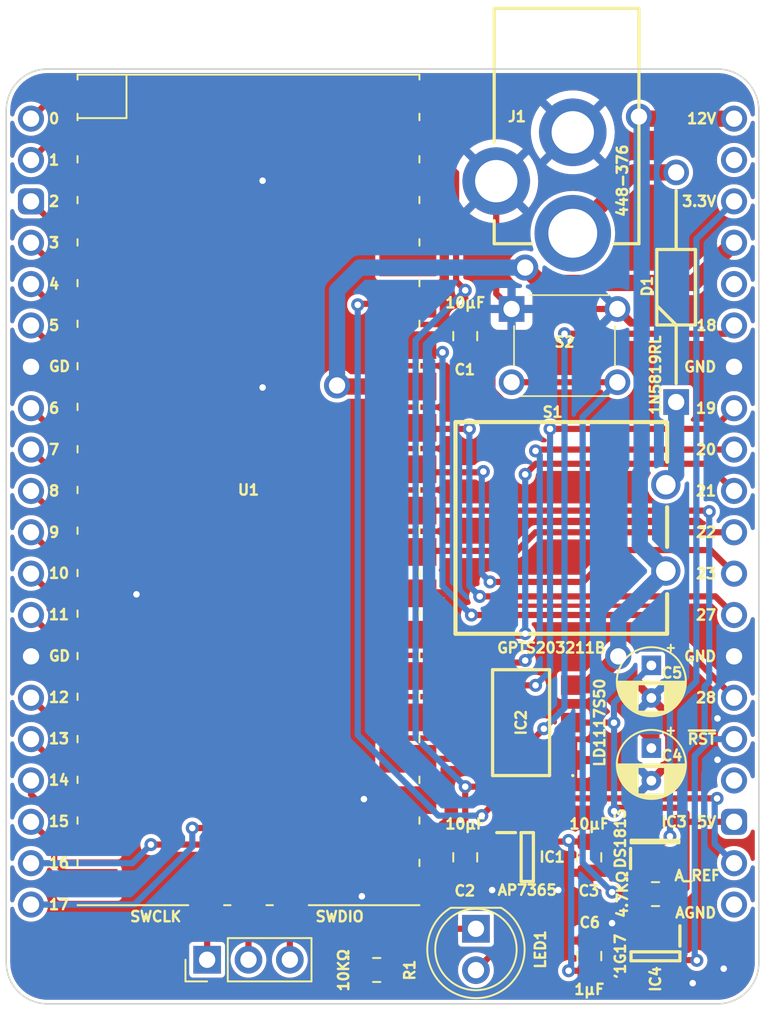
<source format=kicad_pcb>
(kicad_pcb (version 20221018) (generator pcbnew)
  (title_block (title "GPIO 16bit") (date "2024-01-28") (rev "V0"))
  (layers (0 "F.Cu" signal) (31 "B.Cu" signal) (36 "B.SilkS" user "B.Silkscreen") (37 "F.SilkS" user "F.Silkscreen") (38 "B.Mask" user) (39 "F.Mask" user) (44 "Edge.Cuts" user))
  (net 0 "")
  (net 1 "/5V")
  (net 2 "/GND")
  (net 3 "/3.3V")
  (net 4 "/12V")
  (net 5 "/12V Forward")
  (net 6 "/GPIO0")
  (net 7 "/GPIO1")
  (net 8 "/GPIO2")
  (net 9 "/GPIO3")
  (net 12 "/~{Reset}")
  (net 14 "/GPIO6")
  (net 15 "/GPIO5")
  (net 16 "/GPIO4")
  (net 17 "/GPIO7")
  (net 18 "/Run")
  (net 19 "Net-(J4-Pin_1)")
  (net 20 "Net-(J4-Pin_2)")
  (net 21 "Net-(J4-Pin_3)")
  (net 22 "Net-(LED1-K)")
  (net 23 "/GPIO15")
  (net 24 "/GPIO14")
  (net 25 "/GPIO13")
  (net 26 "/GPIO12")
  (net 27 "/GPIO11")
  (net 28 "/GPIO10")
  (net 29 "/GPIO9")
  (net 30 "/GPIO8")
  (net 34 "/12V Source")
  (net 35 "/GPIO22")
  (net 36 "/GPIO16")
  (net 37 "/GPIO17")
  (net 38 "/GPIO18")
  (net 39 "/GPIO19")
  (net 40 "/GPIO20")
  (net 41 "/GPIO21")
  (net 42 "/GPIO26")
  (net 43 "/GPIO27")
  (net 44 "/A_GND")
  (net 45 "/GPIO28")
  (net 46 "/ADC_VREF")
  (footprint "SamacSys_Parts:C_0805" (layer "F.Cu") (at 92.710001 94.618 180)
    (fp_text reference "C1")
    (fp_text value "10μF")
  )
  (footprint "SamacSys_Parts:C_0805" (layer "F.Cu") (at 100.33 126.622001 180)
    (fp_text reference "C3")
    (fp_text value "10µF")
  )
  (footprint "SamacSys_Parts:SOT95P237X112-3N" (layer "F.Cu") (at 104.365001 125.665999 90)
    (fp_text reference "IC3")
    (fp_text value "DS1813R-10+T&R" hide)
  )
  (footprint "SamacSys_Parts:C_0805" (layer "F.Cu") (at 100.33 132.718001)
    (fp_text reference "C6")
    (fp_text value "1μF")
  )
  (footprint "Capacitor_THT:CP_Radial_D4.0mm_P2.00mm" (layer "F.Cu") (at 104.14 119.934401 -90)
    (fp_text reference "C4")
    (fp_text value "C_Polarized")
  )
  (footprint "SamacSys_Parts:RPi_Pico_SMD" (layer "F.Cu") (at 79.39679 104.079159)
    (fp_text reference "U1")
    (fp_text value "Pico")
  )
  (footprint "SamacSys_Parts:SOT95P285X130-5N" (layer "F.Cu") (at 96.52 126.622001)
    (fp_text reference "IC1")
    (fp_text value "AP7365-33WG-7" hide)
  )
  (footprint "SamacSys_Parts:LD1117S33C" (layer "F.Cu") (at 96.139 118.367001 90)
    (fp_text reference "IC2")
    (fp_text value "LD1117S50C" hide)
  )
  (footprint "SamacSys_Parts:DTS62NV" (layer "F.Cu") (at 95.556 92.966999)
    (fp_text reference "S2")
    (fp_text value "DTS-62N-V" hide)
  )
  (footprint "SamacSys_Parts:C_0805" (layer "F.Cu") (at 92.71 126.622 180)
    (fp_text reference "C2")
    (fp_text value "10µF")
  )
  (footprint "SamacSys_Parts:DIOAD1414W86L464D238" (layer "F.Cu") (at 105.664 98.682 90)
    (fp_text reference "D1")
    (fp_text value "1N5819RL")
  )
  (footprint "SamacSys_Parts:SIP_20_Pins" (layer "F.Cu") (at 66.04 81.28)
    (fp_text reference "J2" hide)
    (fp_text value "Conn_01x20" hide)
  )
  (footprint "SamacSys_Parts:R_0805" (layer "F.Cu") (at 87.27079 133.56716 -90)
    (fp_text reference "R1")
    (fp_text value "10KΩ")
  )
  (footprint "SamacSys_Parts:GPTS203211B" (layer "F.Cu") (at 105.11 106.412)
    (fp_text reference "S1")
    (fp_text value "GPTS203211B" hide)
  )
  (footprint "SamacSys_Parts:LED_D5.0mm" (layer "F.Cu") (at 93.36679 131.027159 -90)
    (fp_text reference "LED1")
    (fp_text value "LED_Small_Filled")
  )
  (footprint "SamacSys_Parts:SIP_20_Pins" (layer "F.Cu") (at 109.22 129.54 180)
    (fp_text reference "J3" hide)
    (fp_text value "Conn_01x20" hide)
  )
  (footprint "SamacSys_Parts:R_0805" (layer "F.Cu") (at 104.394001 128.908 -90)
    (fp_text reference "R2" hide)
    (fp_text value "4.7KΩ")
  )
  (footprint "Capacitor_THT:CP_Radial_D4.0mm_P2.00mm" (layer "F.Cu") (at 104.14 114.854399 -90)
    (fp_text reference "C5")
    (fp_text value "C_Polarized")
  )
  (footprint "SamacSys_Parts:448376" (layer "F.Cu") (at 99.314 77.092 90)
    (fp_text reference "J1")
    (fp_text value "448-376")
  )
  (footprint "Connector_PinHeader_2.54mm:PinHeader_1x03_P2.54mm_Vertical" (layer "F.Cu") (at 76.85679 132.929161 90)
    (fp_text reference "J4" hide)
    (fp_text value "Conn_01x03_Pin")
  )
  (footprint "SamacSys_Parts:SOT95P275X110-5N" (layer "F.Cu") (at 104.394001 132.718001 -90)
    (fp_text reference "IC4")
    (fp_text value "74LVC1G17GV,125" hide)
  )
  (gr_arc (start 64.516 80.772) (mid 65.259949 78.975949) (end 67.056 78.232) (stroke (width 0.1)) (layer "Edge.Cuts"))
  (gr_line (start 64.516 80.772) (end 64.516 133.096) (stroke (width 0.1)) (layer "Edge.Cuts"))
  (gr_arc (start 67.056 135.636) (mid 65.259949 134.892051) (end 64.516 133.096) (stroke (width 0.1)) (layer "Edge.Cuts"))
  (gr_arc (start 110.744 133.096) (mid 110.000051 134.892051) (end 108.204 135.636) (stroke (width 0.1)) (layer "Edge.Cuts"))
  (gr_line (start 108.204 135.636) (end 67.056 135.636) (stroke (width 0.1)) (layer "Edge.Cuts"))
  (gr_line (start 108.204 78.232) (end 67.056 78.232) (stroke (width 0.1)) (layer "Edge.Cuts"))
  (gr_arc (start 108.204 78.232) (mid 110.000022 78.975978) (end 110.744 80.772) (stroke (width 0.1)) (layer "Edge.Cuts"))
  (gr_line (start 110.744 80.772) (end 110.744 133.096) (stroke (width 0.1)) (layer "Edge.Cuts"))
  (gr_text "16" (at 67.056 126.9746) (layer "F.SilkS") (effects (font (size 0.635 0.635) (thickness 0.15) bold) (justify left)))
  (gr_text "0" (at 67.056 81.28) (layer "F.SilkS") (effects (font (size 0.635 0.635) (thickness 0.15) bold) (justify left)))
  (gr_text "A_REF" (at 108.458 127.762) (layer "F.SilkS") (effects (font (size 0.635 0.635) (thickness 0.15) bold) (justify right)))
  (gr_text "GD" (at 67.056 96.4946) (layer "F.SilkS") (effects (font (size 0.635 0.635) (thickness 0.15) bold) (justify left)))
  (gr_text "~{RST}" (at 108.204 119.38) (layer "F.SilkS") (effects (font (size 0.635 0.635) (thickness 0.15) bold) (justify right)))
  (gr_text "3.3V" (at 108.204 86.36) (layer "F.SilkS") (effects (font (size 0.635 0.635) (thickness 0.15) bold) (justify right)))
  (gr_text "6" (at 67.056 99.06) (layer "F.SilkS") (effects (font (size 0.635 0.635) (thickness 0.15) bold) (justify left)))
  (gr_text "8" (at 67.056 104.14) (layer "F.SilkS") (effects (font (size 0.635 0.635) (thickness 0.15) bold) (justify left)))
  (gr_text "15" (at 67.056 124.4346) (layer "F.SilkS") (effects (font (size 0.635 0.635) (thickness 0.15) bold) (justify left)))
  (gr_text "11" (at 67.056 111.7346) (layer "F.SilkS") (effects (font (size 0.635 0.635) (thickness 0.15) bold) (justify left)))
  (gr_text "4" (at 67.056 91.44) (layer "F.SilkS") (effects (font (size 0.635 0.635) (thickness 0.15) bold) (justify left)))
  (gr_text "13" (at 67.056 119.3546) (layer "F.SilkS") (effects (font (size 0.635 0.635) (thickness 0.15) bold) (justify left)))
  (gr_text "22" (at 108.204 106.68) (layer "F.SilkS") (effects (font (size 0.635 0.635) (thickness 0.15) bold) (justify right)))
  (gr_text "GND" (at 108.204 96.52) (layer "F.SilkS") (effects (font (size 0.635 0.635) (thickness 0.15) bold) (justify right)))
  (gr_text "2" (at 67.056 86.36) (layer "F.SilkS") (effects (font (size 0.635 0.635) (thickness 0.15) bold) (justify left)))
  (gr_text "18" (at 108.2294 93.98) (layer "F.SilkS") (effects (font (size 0.635 0.635) (thickness 0.15) bold) (justify right)))
  (gr_text "AGND" (at 108.204 130.048) (layer "F.SilkS") (effects (font (size 0.635 0.635) (thickness 0.15) bold) (justify right)))
  (gr_text "28" (at 108.204 116.84) (layer "F.SilkS") (effects (font (size 0.635 0.635) (thickness 0.15) bold) (justify right)))
  (gr_text "27" (at 108.204 111.76) (layer "F.SilkS") (effects (font (size 0.635 0.635) (thickness 0.15) bold) (justify right)))
  (gr_text "19" (at 108.204 99.06) (layer "F.SilkS") (effects (font (size 0.635 0.635) (thickness 0.15) bold) (justify right)))
  (gr_text "12" (at 67.056 116.8146) (layer "F.SilkS") (effects (font (size 0.635 0.635) (thickness 0.15) bold) (justify left)))
  (gr_text "7" (at 67.056 101.6) (layer "F.SilkS") (effects (font (size 0.635 0.635) (thickness 0.15) bold) (justify left)))
  (gr_text "9" (at 67.056 106.68) (layer "F.SilkS") (effects (font (size 0.635 0.635) (thickness 0.15) bold) (justify left)))
  (gr_text "5V" (at 108.204 124.46) (layer "F.SilkS") (effects (font (size 0.635 0.635) (thickness 0.15) bold) (justify right)))
  (gr_text "12V" (at 108.204 81.28) (layer "F.SilkS") (effects (font (size 0.635 0.635) (thickness 0.15) bold) (justify right)))
  (gr_text "10" (at 67.056 109.1946) (layer "F.SilkS") (effects (font (size 0.635 0.635) (thickness 0.15) bold) (justify left)))
  (gr_text "1" (at 67.056 83.82) (layer "F.SilkS") (effects (font (size 0.635 0.635) (thickness 0.15) bold) (justify left)))
  (gr_text "14" (at 67.056 121.8946) (layer "F.SilkS") (effects (font (size 0.635 0.635) (thickness 0.15) bold) (justify left)))
  (gr_text "3" (at 67.056 88.9) (layer "F.SilkS") (effects (font (size 0.635 0.635) (thickness 0.15) bold) (justify left)))
  (gr_text "5" (at 67.056 93.98) (layer "F.SilkS") (effects (font (size 0.635 0.635) (thickness 0.15) bold) (justify left)))
  (gr_text "23" (at 108.204 109.22) (layer "F.SilkS") (effects (font (size 0.635 0.635) (thickness 0.15) bold) (justify right)))
  (gr_text "GND" (at 108.204 114.3) (layer "F.SilkS") (effects (font (size 0.635 0.635) (thickness 0.15) bold) (justify right)))
  (gr_text "17" (at 67.056 129.54) (layer "F.SilkS") (effects (font (size 0.635 0.635) (thickness 0.15) bold) (justify left)))
  (gr_text "GD" (at 67.056 114.2746) (layer "F.SilkS") (effects (font (size 0.635 0.635) (thickness 0.15) bold) (justify left)))
  (gr_text "21" (at 108.204 104.14) (layer "F.SilkS") (effects (font (size 0.635 0.635) (thickness 0.15) bold) (justify right)))
  (gr_text "20" (at 108.204 101.6) (layer "F.SilkS") (effects (font (size 0.635 0.635) (thickness 0.15) bold) (justify right)))
  (segment (start 92.710001 91.948) (end 92.710001 91.821) (width 0.38) (layer "F.Cu") (net 1))
  (segment (start 92.149 84.611369) (end 92.149 91.259999) (width 0.38) (layer "F.Cu") (net 1))
  (segment (start 92.71 125.688) (end 95.204001 125.688) (width 0.38) (layer "F.Cu") (net 1))
  (segment (start 92.71 125.688) (end 92.71 122.300996) (width 0.38) (layer "F.Cu") (net 1))
  (segment (start 95.22 131.713949) (end 95.22 127.572001) (width 0.38) (layer "F.Cu") (net 1))
  (segment (start 105.315001 126.715999) (end 105.315001 128.8895) (width 0.38) (layer "F.Cu") (net 1))
  (segment (start 106.299 123.952) (end 106.299 128.524) (width 0.38) (layer "F.Cu") (net 1))
  (segment (start 96.175 125.672001) (end 96.185 125.682001) (width 0.38) (layer "F.Cu") (net 1))
  (segment (start 93.36679 133.567159) (end 95.22 131.713949) (width 0.38) (layer "F.Cu") (net 1))
  (segment (start 96.185 125.682001) (end 96.185 127.562001) (width 0.38) (layer "F.Cu") (net 1))
  (segment (start 106.299 123.952) (end 105.947999 123.600999) (width 0.38) (layer "F.Cu") (net 1))
  (segment (start 92.149 91.259999) (end 92.710001 91.821) (width 0.38) (layer "F.Cu") (net 1))
  (segment (start 95.22 125.672001) (end 96.175 125.672001) (width 0.38) (layer "F.Cu") (net 1))
  (segment (start 106.299 124.46) (end 109.22 124.46) (width 0.38) (layer "F.Cu") (net 1))
  (segment (start 102.064 123.600999) (end 101.854 123.810999) (width 0.38) (layer "F.Cu") (net 1))
  (segment (start 92.710001 93.684) (end 92.710001 91.948) (width 0.38) (layer "F.Cu") (net 1))
  (segment (start 106.299 123.952) (end 106.299 124.46) (width 0.38) (layer "F.Cu") (net 1))
  (segment (start 105.947999 123.600999) (end 102.064 123.600999) (width 0.38) (layer "F.Cu") (net 1))
  (segment (start 105.925 128.898) (end 105.306501 128.898) (width 0.38) (layer "F.Cu") (net 1))
  (segment (start 99.339 118.367001) (end 101.833357 118.367001) (width 0.38) (layer "F.Cu") (net 1))
  (segment (start 96.175 127.572001) (end 95.22 127.572001) (width 0.38) (layer "F.Cu") (net 1))
  (segment (start 101.833357 118.367001) (end 101.842178 118.375822) (width 0.38) (layer "F.Cu") (net 1))
  (segment (start 96.185 127.562001) (end 96.175 127.572001) (width 0.38) (layer "F.Cu") (net 1))
  (segment (start 99.339 118.367001) (end 95.405005 122.300996) (width 0.38) (layer "F.Cu") (net 1))
  (segment (start 90.02679 82.489159) (end 92.149 84.611369) (width 0.38) (layer "F.Cu") (net 1))
  (segment (start 106.299 128.524) (end 105.925 128.898) (width 0.38) (layer "F.Cu") (net 1))
  (segment (start 95.405005 122.300996) (end 92.71 122.300996) (width 0.38) (layer "F.Cu") (net 1))
  (via (at 92.71 122.300996) (size 0.8) (drill 0.4) (layers "F.Cu" "B.Cu") (net 1))
  (via (at 101.842178 118.375822) (size 0.8) (drill 0.4) (layers "F.Cu" "B.Cu") (net 1))
  (via (at 101.854 123.810999) (size 0.8) (drill 0.4) (layers "F.Cu" "B.Cu") (net 1))
  (via (at 92.710001 91.821) (size 0.8) (drill 0.4) (layers "F.Cu" "B.Cu") (net 1))
  (segment (start 92.710001 91.821) (end 89.662 94.869001) (width 0.38) (layer "B.Cu") (net 1))
  (segment (start 101.842178 118.375822) (end 101.854 118.387644) (width 0.38) (layer "B.Cu") (net 1))
  (segment (start 101.842178 117.152221) (end 101.842178 118.375822) (width 0.38) (layer "B.Cu") (net 1))
  (segment (start 101.854 118.387644) (end 101.854 123.810999) (width 0.38) (layer "B.Cu") (net 1))
  (segment (start 89.662 119.252996) (end 92.71 122.300996) (width 0.38) (layer "B.Cu") (net 1))
  (segment (start 89.662 94.869001) (end 89.662 119.252996) (width 0.38) (layer "B.Cu") (net 1))
  (segment (start 104.14 114.854399) (end 101.842178 117.152221) (width 0.38) (layer "B.Cu") (net 1))
  (segment (start 103.444001 131.468001) (end 102.211999 131.468001) (width 0.38) (layer "F.Cu") (net 2))
  (segment (start 100.33 130.555996) (end 101.59999 130.555996) (width 0.38) (layer "F.Cu") (net 2))
  (segment (start 71.74679 111.669159) (end 70.50679 110.429159) (width 0.38) (layer "F.Cu") (net 2))
  (segment (start 86.35829 129.03371) (end 86.36 129.032) (width 0.38) (layer "F.Cu") (net 2))
  (segment (start 95.22 126.622001) (end 94.611999 126.622001) (width 0.38) (layer "F.Cu") (net 2))
  (segment (start 71.882 86.404369) (end 70.50679 85.029159) (width 0.38) (layer "F.Cu") (net 2))
  (segment (start 93.646 127.588) (end 92.71 127.588) (width 0.38) (layer "F.Cu") (net 2))
  (segment (start 94.3785 97.954736) (end 95.229764 98.806) (width 0.38) (layer "F.Cu") (net 2))
  (segment (start 105.41 96.52) (end 109.22 96.52) (width 0.38) (layer "F.Cu") (net 2))
  (segment (start 70.50679 97.729159) (end 71.882 96.353949) (width 0.38) (layer "F.Cu") (net 2))
  (segment (start 86.487 123.063) (end 86.553159 123.129159) (width 0.38) (layer "F.Cu") (net 2))
  (segment (start 100.33 127.588001) (end 99.360999 127.588001) (width 0.38) (layer "F.Cu") (net 2))
  (segment (start 101.927999 131.752001) (end 100.33 131.752001) (width 0.38) (layer "F.Cu") (net 2))
  (segment (start 100.33 130.555996) (end 98.425 128.650996) (width 0.38) (layer "F.Cu") (net 2))
  (segment (start 86.35829 133.55716) (end 86.35829 129.03371) (width 0.38) (layer "F.Cu") (net 2))
  (segment (start 95.229764 98.806) (end 103.124 98.806) (width 0.38) (layer "F.Cu") (net 2))
  (segment (start 94.3785 95.7405) (end 94.3785 97.954736) (width 0.38) (layer "F.Cu") (net 2))
  (segment (start 72.517 110.49) (end 88.225949 110.49) (width 0.38) (layer "F.Cu") (net 2))
  (segment (start 71.74679 121.889159) (end 71.74679 111.669159) (width 0.38) (layer "F.Cu") (net 2))
  (segment (start 108.204 118.11) (end 108.03 118.284) (width 0.38) (layer "F.Cu") (net 2))
  (segment (start 86.420841 123.129159) (end 70.50679 123.129159) (width 0.38) (layer "F.Cu") (net 2))
  (segment (start 93.646 127.588) (end 94.360992 128.302992) (width 0.38) (layer "F.Cu") (net 2))
  (segment (start 67.249159 97.729159) (end 70.50679 97.729159) (width 0.38) (layer "F.Cu") (net 2))
  (segment (start 91.32679 85.61179) (end 90.744159 85.029159) (width 0.38) (layer "F.Cu") (net 2))
  (segment (start 92.710001 95.584) (end 91.32679 94.200789) (width 0.38) (layer "F.Cu") (net 2))
  (segment (start 95.556 92.966999) (end 102.056 92.966999) (width 0.38) (layer "F.Cu") (net 2))
  (segment (start 101.59999 130.555996) (end 101.726994 130.683) (width 0.38) (layer "F.Cu") (net 2))
  (segment (start 72.517 110.49) (end 70.567631 110.49) (width 0.38) (layer "F.Cu") (net 2))
  (segment (start 99.360999 127.588001) (end 98.425 128.524) (width 0.38) (layer "F.Cu") (net 2))
  (segment (start 70.50679 123.129159) (end 71.74679 121.889159) (width 0.38) (layer "F.Cu") (net 2))
  (segment (start 95.556 92.966999) (end 95.556 94.563) (width 0.38) (layer "F.Cu") (net 2))
  (segment (start 100.33 131.752001) (end 100.33 130.555996) (width 0.38) (layer "F.Cu") (net 2))
  (segment (start 108.03 118.284) (end 108.03 120.476) (width 0.38) (layer "F.Cu") (net 2))
  (segment (start 108.03 120.476) (end 108.204 120.65) (width 0.38) (layer "F.Cu") (net 2))
  (segment (start 91.32679 94.200789) (end 91.32679 85.61179) (width 0.38) (layer "F.Cu") (net 2))
  (segment (start 71.882 96.353949) (end 71.882 86.404369) (width 0.38) (layer "F.Cu") (net 2))
  (segment (start 94.614 85.1188) (end 94.614 92.024999) (width 0.38) (layer "F.Cu") (net 2))
  (segment (start 94.535 95.584) (end 94.3785 95.7405) (width 0.38) (layer "F.Cu") (net 2))
  (segment (start 94.535 95.584) (end 92.710001 95.584) (width 0.38) (layer "F.Cu") (net 2))
  (segment (start 80.264 85.09) (end 70.567631 85.09) (width 0.38) (layer "F.Cu") (net 2))
  (segment (start 94.611999 126.622001) (end 93.646 127.588) (width 0.38) (layer "F.Cu") (net 2))
  (segment (start 66.04 96.52) (end 67.249159 97.729159) (width 0.38) (layer "F.Cu") (net 2))
  (segment (start 102.211999 131.468001) (end 101.927999 131.752001) (width 0.38) (layer "F.Cu") (net 2))
  (segment (start 107.696 134.366) (end 106.68 134.366) (width 0.38) (layer "F.Cu") (net 2))
  (segment (start 70.567631 97.79) (end 80.264 97.79) (width 0.38) (layer "F.Cu") (net 2))
  (segment (start 95.556 94.563) (end 94.535 95.584) (width 0.38) (layer "F.Cu") (net 2))
  (segment (start 80.264 85.09) (end 88.225949 85.09) (width 0.38) (layer "F.Cu") (net 2))
  (segment (start 103.124 98.806) (end 105.41 96.52) (width 0.38) (layer "F.Cu") (net 2))
  (segment (start 94.614 92.024999) (end 95.556 92.966999) (width 0.38) (layer "F.Cu") (net 2))
  (segment (start 108.585 133.477) (end 107.696 134.366) (width 0.38) (layer "F.Cu") (net 2))
  (segment (start 86.487 123.063) (end 86.420841 123.129159) (width 0.38) (layer "F.Cu") (net 2))
  (segment (start 98.425 128.524) (end 98.425 128.650996) (width 0.38) (layer "F.Cu") (net 2))
  (segment (start 94.360992 128.302992) (end 94.360992 128.650996) (width 0.38) (layer "F.Cu") (net 2))
  (segment (start 86.553159 123.129159) (end 88.28679 123.129159) (width 0.38) (layer "F.Cu") (net 2))
  (via (at 108.585 133.477) (size 0.8) (drill 0.4) (layers "F.Cu" "B.Cu") (net 2))
  (via (at 108.204 120.65) (size 0.8) (drill 0.4) (layers "F.Cu" "B.Cu") (net 2))
  (via (at 108.204 118.11) (size 0.8) (drill 0.4) (layers "F.Cu" "B.Cu") (net 2))
  (via (at 94.360992 128.650996) (size 0.8) (drill 0.4) (layers "F.Cu" "B.Cu") (net 2))
  (via (at 98.425 128.650996) (size 0.8) (drill 0.4) (layers "F.Cu" "B.Cu") (net 2))
  (via (at 101.726994 130.683) (size 0.8) (drill 0.4) (layers "F.Cu" "B.Cu") (net 2))
  (via (at 86.487 123.063) (size 0.8) (drill 0.4) (layers "F.Cu" "B.Cu") (net 2))
  (via (at 106.68 134.366) (size 0.8) (drill 0.4) (layers "F.Cu" "B.Cu") (net 2))
  (via (at 86.36 129.032) (size 0.8) (drill 0.4) (layers "F.Cu" "B.Cu") (net 2))
  (via (at 72.517 110.49) (size 0.8) (drill 0.4) (layers "F.Cu" "B.Cu") (net 2))
  (via (at 80.264 97.79) (size 0.8) (drill 0.4) (layers "F.Cu" "B.Cu") (net 2))
  (via (at 80.264 85.09) (size 0.8) (drill 0.4) (layers "F.Cu" "B.Cu") (net 2))
  (segment (start 107.387 132.279) (end 108.585 133.477) (width 0.38) (layer "B.Cu") (net 2))
  (segment (start 103.124 134.366) (end 101.726994 132.968994) (width 0.38) (layer "B.Cu") (net 2))
  (segment (start 109.22 114.3) (end 109.22 115.157085) (width 0.38) (layer "B.Cu") (net 2))
  (segment (start 108.03 116.347085) (end 108.03 117.936) (width 0.38) (layer "B.Cu") (net 2))
  (segment (start 106.68 134.366) (end 103.124 134.366) (width 0.38) (layer "B.Cu") (net 2))
  (segment (start 86.36 123.19) (end 86.487 123.063) (width 0.38) (layer "B.Cu") (net 2))
  (segment (start 68.707 114.3) (end 72.517 110.49) (width 0.38) (layer "B.Cu") (net 2))
  (segment (start 107.387 121.467) (end 107.387 132.279) (width 0.38) (layer "B.Cu") (net 2))
  (segment (start 66.04 114.3) (end 68.707 114.3) (width 0.38) (layer "B.Cu") (net 2))
  (segment (start 86.36 129.032) (end 86.36 123.19) (width 0.38) (layer "B.Cu") (net 2))
  (segment (start 109.22 115.157085) (end 108.03 116.347085) (width 0.38) (layer "B.Cu") (net 2))
  (segment (start 94.360992 128.650996) (end 98.425 128.650996) (width 0.38) (layer "B.Cu") (net 2))
  (segment (start 108.03 117.936) (end 108.204 118.11) (width 0.38) (layer "B.Cu") (net 2))
  (segment (start 101.726994 132.968994) (end 101.726994 130.683) (width 0.38) (layer "B.Cu") (net 2))
  (segment (start 80.264 97.79) (end 80.264 85.09) (width 0.38) (layer "B.Cu") (net 2))
  (segment (start 108.204 120.65) (end 107.387 121.467) (width 0.38) (layer "B.Cu") (net 2))
  (segment (start 97.82 125.672001) (end 98.990999 125.672001) (width 0.38) (layer "F.Cu") (net 3))
  (segment (start 98.990999 125.672001) (end 99.06 125.603) (width 0.38) (layer "F.Cu") (net 3))
  (segment (start 100.33 133.652001) (end 101.661 134.983001) (width 0.38) (layer "F.Cu") (net 3))
  (segment (start 99.06 133.604) (end 100.281999 133.604) (width 0.38) (layer "F.Cu") (net 3))
  (segment (start 104.944001 125.688001) (end 105.283001 125.349001) (width 0.38) (layer "F.Cu") (net 3))
  (segment (start 104.329001 134.983001) (end 105.344001 133.968001) (width 0.38) (layer "F.Cu") (net 3))
  (segment (start 99.129001 125.672001) (end 100.314 125.672001) (width 0.38) (layer "F.Cu") (net 3))
  (segment (start 101.661 134.983001) (end 104.329001 134.983001) (width 0.38) (layer "F.Cu") (net 3))
  (segment (start 99.06 125.603) (end 99.129001 125.672001) (width 0.38) (layer "F.Cu") (net 3))
  (segment (start 100.33 125.688001) (end 104.944001 125.688001) (width 0.38) (layer "F.Cu") (net 3))
  (via (at 99.06 133.604) (size 0.8) (drill 0.4) (layers "F.Cu" "B.Cu") (net 3))
  (via (at 99.06 125.603) (size 0.8) (drill 0.4) (layers "F.Cu" "B.Cu") (net 3))
  (via (at 105.283001 125.349001) (size 0.8) (drill 0.4) (layers "F.Cu" "B.Cu") (net 3))
  (segment (start 109.22 86.36) (end 106.906 88.674) (width 0.38) (layer "B.Cu") (net 3))
  (segment (start 106.906 88.674) (end 106.906 115.830597) (width 0.38) (layer "B.Cu") (net 3))
  (segment (start 99.215 125.758) (end 99.215 133.449) (width 0.38) (layer "B.Cu") (net 3))
  (segment (start 105.283001 117.453596) (end 105.283001 125.349001) (width 0.38) (layer "B.Cu") (net 3))
  (segment (start 106.906 115.830597) (end 105.283001 117.453596) (width 0.38) (layer "B.Cu") (net 3))
  (segment (start 99.215 133.449) (end 99.06 133.604) (width 0.38) (layer "B.Cu") (net 3))
  (segment (start 99.06 125.603) (end 99.215 125.758) (width 0.38) (layer "B.Cu") (net 3))
  (segment (start 100.340999 116.067001) (end 102.108 114.3) (width 1) (layer "F.Cu") (net 4))
  (segment (start 101.089 116.067001) (end 99.339 116.067001) (width 1) (layer "F.Cu") (net 4))
  (segment (start 99.339 116.067001) (end 100.340999 116.067001) (width 1) (layer "F.Cu") (net 4))
  (segment (start 104.14 119.118001) (end 101.089 116.067001) (width 1) (layer "F.Cu") (net 4))
  (segment (start 102.108 114.3) (end 102.108 114.299996) (width 1) (layer "F.Cu") (net 4))
  (segment (start 109.22 81.28) (end 103.505 81.28) (width 1) (layer "F.Cu") (net 4))
  (segment (start 104.14 119.934401) (end 104.14 119.118001) (width 1) (layer "F.Cu") (net 4))
  (segment (start 103.505 81.28) (end 103.378 81.153) (width 1) (layer "F.Cu") (net 4))
  (via (at 102.108 114.299996) (size 1.6) (drill 1) (layers "F.Cu" "B.Cu") (net 4))
  (via (at 103.378 81.153) (size 1.6) (drill 1) (layers "F.Cu" "B.Cu") (net 4))
  (segment (start 103.429 103.099258) (end 103.429 107.462) (width 1) (layer "B.Cu") (net 4))
  (segment (start 103.5435 102.984758) (end 103.429 103.099258) (width 1) (layer "B.Cu") (net 4))
  (segment (start 103.5435 81.3185) (end 103.5435 102.984758) (width 1) (layer "B.Cu") (net 4))
  (segment (start 103.378 81.153) (end 103.5435 81.3185) (width 1) (layer "B.Cu") (net 4))
  (segment (start 105.029 109.062) (end 102.108 111.983) (width 1) (layer "B.Cu") (net 4))
  (segment (start 103.429 107.462) (end 105.029 109.062) (width 1) (layer "B.Cu") (net 4))
  (segment (start 102.108 111.983) (end 102.108 114.299996) (width 1) (layer "B.Cu") (net 4))
  (segment (start 105.029 103.762) (end 105.664 103.127) (width 1) (layer "B.Cu") (net 5))
  (segment (start 105.664 103.127) (end 105.664 98.682) (width 1) (layer "B.Cu") (net 5))
  (segment (start 70.50679 79.949159) (end 67.370841 79.949159) (width 0.38) (layer "F.Cu") (net 6))
  (segment (start 67.370841 79.949159) (end 66.04 81.28) (width 0.38) (layer "F.Cu") (net 6))
  (segment (start 70.50679 82.489159) (end 67.370841 82.489159) (width 0.38) (layer "F.Cu") (net 7))
  (segment (start 67.370841 82.489159) (end 66.04 83.82) (width 0.38) (layer "F.Cu") (net 7))
  (segment (start 67.249159 87.569159) (end 66.04 86.36) (width 0.38) (layer "F.Cu") (net 8))
  (segment (start 70.50679 87.569159) (end 67.249159 87.569159) (width 0.38) (layer "F.Cu") (net 8))
  (segment (start 67.249159 90.109159) (end 66.04 88.9) (width 0.38) (layer "F.Cu") (net 9))
  (segment (start 70.50679 90.109159) (end 67.249159 90.109159) (width 0.38) (layer "F.Cu") (net 9))
  (segment (start 103.415001 126.715999) (end 103.415001 128.8315) (width 0.38) (layer "F.Cu") (net 12))
  (segment (start 95.556 97.466999) (end 102.056 97.466999) (width 0.38) (layer "F.Cu") (net 12))
  (segment (start 103.481501 128.898) (end 101.847 128.898) (width 0.38) (layer "F.Cu") (net 12))
  (segment (start 104.387 128.898) (end 104.394001 128.905001) (width 0.38) (layer "F.Cu") (net 12))
  (segment (start 103.481501 128.898) (end 104.387 128.898) (width 0.38) (layer "F.Cu") (net 12))
  (segment (start 104.394001 128.905001) (end 104.394001 131.468001) (width 0.38) (layer "F.Cu") (net 12))
  (segment (start 101.847 128.898) (end 101.727 128.778) (width 0.38) (layer "F.Cu") (net 12))
  (via (at 101.727 128.778) (size 0.8) (drill 0.4) (layers "F.Cu" "B.Cu") (net 12))
  (segment (start 101.727 128.778) (end 99.921 126.972) (width 0.38) (layer "B.Cu") (net 12))
  (segment (start 99.921 99.601999) (end 102.056 97.466999) (width 0.38) (layer "B.Cu") (net 12))
  (segment (start 99.921 126.972) (end 99.921 99.601999) (width 0.38) (layer "B.Cu") (net 12))
  (segment (start 67.249159 100.269159) (end 66.04 99.06) (width 0.38) (layer "F.Cu") (net 14))
  (segment (start 70.50679 100.269159) (end 67.249159 100.269159) (width 0.38) (layer "F.Cu") (net 14))
  (segment (start 67.249159 95.189159) (end 66.04 93.98) (width 0.38) (layer "F.Cu") (net 15))
  (segment (start 70.50679 95.189159) (end 67.249159 95.189159) (width 0.38) (layer "F.Cu") (net 15))
  (segment (start 70.50679 92.649159) (end 67.249159 92.649159) (width 0.38) (layer "F.Cu") (net 16))
  (segment (start 67.249159 92.649159) (end 66.04 91.44) (width 0.38) (layer "F.Cu") (net 16))
  (segment (start 67.249159 102.809159) (end 66.04 101.6) (width 0.38) (layer "F.Cu") (net 17))
  (segment (start 70.50679 102.809159) (end 67.249159 102.809159) (width 0.38) (layer "F.Cu") (net 17))
  (segment (start 104.459001 132.953001) (end 106.918001 132.953001) (width 0.38) (layer "F.Cu") (net 18))
  (segment (start 88.28679 105.349159) (end 107.635159 105.349159) (width 0.38) (layer "F.Cu") (net 18))
  (segment (start 106.918001 132.953001) (end 106.934 132.969) (width 0.38) (layer "F.Cu") (net 18))
  (segment (start 103.444001 133.968001) (end 104.459001 132.953001) (width 0.38) (layer "F.Cu") (net 18))
  (segment (start 107.635159 105.349159) (end 107.696 105.41) (width 0.38) (layer "F.Cu") (net 18))
  (via (at 106.934 132.969) (size 0.8) (drill 0.4) (layers "F.Cu" "B.Cu") (net 18))
  (via (at 107.696 105.41) (size 0.8) (drill 0.4) (layers "F.Cu" "B.Cu") (net 18))
  (segment (start 107.414 118.971) (end 107.823 119.38) (width 0.38) (layer "B.Cu") (net 18))
  (segment (start 106.934 132.969) (end 106.807 132.842) (width 0.38) (layer "B.Cu") (net 18))
  (segment (start 107.696 115.860841) (end 107.414 116.142841) (width 0.38) (layer "B.Cu") (net 18))
  (segment (start 106.807 132.842) (end 106.807 120.396) (width 0.38) (layer "B.Cu") (net 18))
  (segment (start 107.414 116.142841) (end 107.414 118.971) (width 0.38) (layer "B.Cu") (net 18))
  (segment (start 106.807 120.396) (end 107.823 119.38) (width 0.38) (layer "B.Cu") (net 18))
  (segment (start 107.823 119.38) (end 109.22 119.38) (width 0.38) (layer "B.Cu") (net 18))
  (segment (start 107.696 105.41) (end 107.696 115.860841) (width 0.38) (layer "B.Cu") (net 18))
  (segment (start 76.85679 127.979159) (end 76.85679 132.929161) (width 0.38) (layer "F.Cu") (net 19))
  (segment (start 79.39679 127.979159) (end 79.39679 132.929161) (width 0.38) (layer "F.Cu") (net 20))
  (segment (start 81.93679 127.979159) (end 81.93679 132.929161) (width 0.38) (layer "F.Cu") (net 21))
  (segment (start 88.18329 133.55716) (end 90.713291 131.027159) (width 0.38) (layer "F.Cu") (net 22))
  (segment (start 90.713291 131.027159) (end 93.36679 131.027159) (width 0.38) (layer "F.Cu") (net 22))
  (segment (start 67.46679 125.88679) (end 66.04 124.46) (width 0.38) (layer "F.Cu") (net 23))
  (segment (start 67.46679 126.909159) (end 67.46679 125.88679) (width 0.38) (layer "F.Cu") (net 23))
  (segment (start 68.76679 128.209159) (end 67.46679 126.909159) (width 0.38) (layer "F.Cu") (net 23))
  (segment (start 68.932074 125.669159) (end 66.04 122.777085) (width 0.38) (layer "F.Cu") (net 24))
  (segment (start 66.04 122.777085) (end 66.04 121.92) (width 0.38) (layer "F.Cu") (net 24))
  (segment (start 67.249159 120.589159) (end 66.04 119.38) (width 0.38) (layer "F.Cu") (net 25))
  (segment (start 70.50679 120.589159) (end 67.249159 120.589159) (width 0.38) (layer "F.Cu") (net 25))
  (segment (start 67.249159 118.049159) (end 66.04 116.84) (width 0.38) (layer "F.Cu") (net 26))
  (segment (start 70.50679 118.049159) (end 67.249159 118.049159) (width 0.38) (layer "F.Cu") (net 26))
  (segment (start 67.23 114.093) (end 67.23 112.95) (width 0.38) (layer "F.Cu") (net 27))
  (segment (start 68.646159 115.509159) (end 67.23 114.093) (width 0.38) (layer "F.Cu") (net 27))
  (segment (start 67.23 112.95) (end 66.04 111.76) (width 0.38) (layer "F.Cu") (net 27))
  (segment (start 68.76679 112.969159) (end 67.183 111.385369) (width 0.38) (layer "F.Cu") (net 28))
  (segment (start 67.183 110.363) (end 66.04 109.22) (width 0.38) (layer "F.Cu") (net 28))
  (segment (start 67.183 111.385369) (end 67.183 110.363) (width 0.38) (layer "F.Cu") (net 28))
  (segment (start 67.249159 107.889159) (end 66.04 106.68) (width 0.38) (layer "F.Cu") (net 29))
  (segment (start 70.50679 107.889159) (end 67.249159 107.889159) (width 0.38) (layer "F.Cu") (net 29))
  (segment (start 67.249159 105.349159) (end 66.04 104.14) (width 0.38) (layer "F.Cu") (net 30))
  (segment (start 70.50679 105.349159) (end 67.249159 105.349159) (width 0.38) (layer "F.Cu") (net 30))
  (segment (start 99.314 88.3188) (end 103.0508 84.582) (width 1) (layer "F.Cu") (net 34))
  (segment (start 103.0508 84.582) (end 105.664 84.582) (width 1) (layer "F.Cu") (net 34))
  (segment (start 95.885 107.823) (end 88.352949 107.823) (width 0.38) (layer "F.Cu") (net 35))
  (segment (start 109.22 106.68) (end 97.028 106.68) (width 0.38) (layer "F.Cu") (net 35))
  (segment (start 97.028 106.68) (end 95.885 107.823) (width 0.38) (layer "F.Cu") (net 35))
  (segment (start 84.362378 125.857) (end 73.406 125.857) (width 0.38) (layer "F.Cu") (net 36))
  (segment (start 86.714537 128.209159) (end 84.362378 125.857) (width 0.38) (layer "F.Cu") (net 36))
  (segment (start 88.28679 128.209159) (end 86.714537 128.209159) (width 0.38) (layer "F.Cu") (net 36))
  (via (at 73.406 125.857) (size 0.8) (drill 0.4) (layers "F.Cu" "B.Cu") (net 36))
  (segment (start 66.04 127) (end 72.263 127) (width 0.38) (layer "B.Cu") (net 36))
  (segment (start 72.263 127) (end 73.406 125.857) (width 0.38) (layer "B.Cu") (net 36))
  (segment (start 85.09 124.841) (end 85.918159 125.669159) (width 0.38) (layer "F.Cu") (net 37))
  (segment (start 75.946 124.841) (end 85.09 124.841) (width 0.38) (layer "F.Cu") (net 37))
  (segment (start 85.918159 125.669159) (end 88.28679 125.669159) (width 0.38) (layer "F.Cu") (net 37))
  (via (at 75.946 124.841) (size 0.8) (drill 0.4) (layers "F.Cu" "B.Cu") (net 37))
  (segment (start 66.04 129.54) (end 72.39 129.54) (width 0.38) (layer "B.Cu") (net 37))
  (segment (start 75.946 125.984) (end 75.946 124.841) (width 0.38) (layer "B.Cu") (net 37))
  (segment (start 72.39 129.54) (end 75.946 125.984) (width 0.38) (layer "B.Cu") (net 37))
  (segment (start 109.22 93.98) (end 108.712 94.488) (width 0.38) (layer "F.Cu") (net 38))
  (segment (start 95.691841 120.589159) (end 97.536 118.745) (width 0.38) (layer "F.Cu") (net 38))
  (segment (start 88.28679 120.589159) (end 95.691841 120.589159) (width 0.38) (layer "F.Cu") (net 38))
  (segment (start 108.712 94.488) (end 98.806 94.488) (width 0.38) (layer "F.Cu") (net 38))
  (via (at 97.536 118.745) (size 0.8) (drill 0.4) (layers "F.Cu" "B.Cu") (net 38))
  (via (at 98.806 94.488) (size 0.8) (drill 0.4) (layers "F.Cu" "B.Cu") (net 38))
  (segment (start 98.806 117.475) (end 97.536 118.745) (width 0.38) (layer "B.Cu") (net 38))
  (segment (start 98.806 94.488) (end 98.806 117.475) (width 0.38) (layer "B.Cu") (net 38))
  (segment (start 91.948 116.078) (end 97.028 116.078) (width 0.38) (layer "F.Cu") (net 39))
  (segment (start 89.976841 118.049159) (end 91.948 116.078) (width 0.38) (layer "F.Cu") (net 39))
  (segment (start 109.22 99.06) (end 107.95 100.33) (width 0.38) (layer "F.Cu") (net 39))
  (segment (start 107.95 100.33) (end 97.917 100.33) (width 0.38) (layer "F.Cu") (net 39))
  (via (at 97.917 100.33) (size 0.8) (drill 0.4) (layers "F.Cu" "B.Cu") (net 39))
  (via (at 97.028 116.078) (size 0.8) (drill 0.4) (layers "F.Cu" "B.Cu") (net 39))
  (segment (start 97.917 100.33) (end 97.917 115.189) (width 0.38) (layer "B.Cu") (net 39))
  (segment (start 97.917 115.189) (end 97.028 116.078) (width 0.38) (layer "B.Cu") (net 39))
  (segment (start 97.108728 101.6) (end 97.026512 101.682216) (width 0.38) (layer "F.Cu") (net 40))
  (segment (start 96.266 114.681) (end 96.393 114.554) (width 0.38) (layer "F.Cu") (net 40))
  (segment (start 109.22 101.6) (end 97.108728 101.6) (width 0.38) (layer "F.Cu") (net 40))
  (segment (start 92.075 114.681) (end 96.266 114.681) (width 0.38) (layer "F.Cu") (net 40))
  (segment (start 91.246841 115.509159) (end 92.075 114.681) (width 0.38) (layer "F.Cu") (net 40))
  (segment (start 88.28679 115.509159) (end 91.246841 115.509159) (width 0.38) (layer "F.Cu") (net 40))
  (via (at 97.026512 101.682216) (size 0.8) (drill 0.4) (layers "F.Cu" "B.Cu") (net 40))
  (via (at 96.393 114.554) (size 0.8) (drill 0.4) (layers "F.Cu" "B.Cu") (net 40))
  (segment (start 97.287615 113.659385) (end 97.287615 101.943319) (width 0.38) (layer "B.Cu") (net 40))
  (segment (start 97.287615 101.943319) (end 97.026512 101.682216) (width 0.38) (layer "B.Cu") (net 40))
  (segment (start 96.393 114.554) (end 97.287615 113.659385) (width 0.38) (layer "B.Cu") (net 40))
  (segment (start 96.266 113.03) (end 96.393 112.903) (width 0.38) (layer "F.Cu") (net 41))
  (segment (start 107.552 102.472) (end 97.04499 102.472) (width 0.38) (layer "F.Cu") (net 41))
  (segment (start 88.347631 113.03) (end 96.266 113.03) (width 0.38) (layer "F.Cu") (net 41))
  (segment (start 97.04499 102.472) (end 96.39299 103.124) (width 0.38) (layer "F.Cu") (net 41))
  (segment (start 109.22 104.14) (end 107.552 102.472) (width 0.38) (layer "F.Cu") (net 41))
  (via (at 96.393 112.903) (size 0.8) (drill 0.4) (layers "F.Cu" "B.Cu") (net 41))
  (via (at 96.39299 103.124) (size 0.8) (drill 0.4) (layers "F.Cu" "B.Cu") (net 41))
  (segment (start 96.39299 112.90299) (end 96.393 112.903) (width 0.38) (layer "B.Cu") (net 41))
  (segment (start 96.39299 103.124) (end 96.39299 112.90299) (width 0.38) (layer "B.Cu") (net 41))
  (segment (start 99.949 109.728) (end 94.234 109.728) (width 0.38) (layer "F.Cu") (net 42))
  (segment (start 88.474631 102.997) (end 93.774034 102.997) (width 0.38) (layer "F.Cu") (net 42))
  (segment (start 101.905 107.772) (end 99.949 109.728) (width 0.38) (layer "F.Cu") (net 42))
  (segment (start 109.22 109.22) (end 107.772 107.772) (width 0.38) (layer "F.Cu") (net 42))
  (segment (start 93.774034 102.997) (end 93.821301 102.949733) (width 0.38) (layer "F.Cu") (net 42))
  (segment (start 107.772 107.772) (end 101.905 107.772) (width 0.38) (layer "F.Cu") (net 42))
  (via (at 93.821301 102.949733) (size 0.8) (drill 0.4) (layers "F.Cu" "B.Cu") (net 42))
  (via (at 94.234 109.728) (size 0.8) (drill 0.4) (layers "F.Cu" "B.Cu") (net 42))
  (segment (start 93.726 103.045034) (end 93.821301 102.949733) (width 0.38) (layer "B.Cu") (net 42))
  (segment (start 93.726 109.22) (end 93.726 103.045034) (width 0.38) (layer "B.Cu") (net 42))
  (segment (start 94.234 109.728) (end 93.726 109.22) (width 0.38) (layer "B.Cu") (net 42))
  (segment (start 92.964 100.33) (end 88.347631 100.33) (width 0.38) (layer "F.Cu") (net 43))
  (segment (start 108.077 110.617) (end 93.599 110.617) (width 0.38) (layer "F.Cu") (net 43))
  (segment (start 109.22 111.76) (end 108.077 110.617) (width 0.38) (layer "F.Cu") (net 43))
  (via (at 93.599 110.617) (size 0.8) (drill 0.4) (layers "F.Cu" "B.Cu") (net 43))
  (via (at 92.964 100.33) (size 0.8) (drill 0.4) (layers "F.Cu" "B.Cu") (net 43))
  (segment (start 92.964 100.33) (end 92.964 109.982) (width 0.38) (layer "B.Cu") (net 43))
  (segment (start 92.964 109.982) (end 93.599 110.617) (width 0.38) (layer "B.Cu") (net 43))
  (segment (start 84.902159 97.729159) (end 84.836 97.663) (width 1) (layer "F.Cu") (net 44))
  (segment (start 97.3378 91.3688) (end 96.393 90.424) (width 1) (layer "F.Cu") (net 44))
  (segment (start 88.28679 97.729159) (end 84.902159 97.729159) (width 1) (layer "F.Cu") (net 44))
  (segment (start 106.7512 91.3688) (end 97.3378 91.3688) (width 1) (layer "F.Cu") (net 44))
  (segment (start 109.22 88.9) (end 106.7512 91.3688) (width 1) (layer "F.Cu") (net 44))
  (via (at 84.836 97.663) (size 1.6) (drill 1) (layers "F.Cu" "B.Cu") (net 44))
  (via (at 96.393 90.424) (size 1.6) (drill 1) (layers "F.Cu" "B.Cu") (net 44))
  (segment (start 86.233 90.424) (end 96.393 90.424) (width 1) (layer "B.Cu") (net 44))
  (segment (start 84.836 97.663) (end 84.836 91.821) (width 1) (layer "B.Cu") (net 44))
  (segment (start 84.836 91.821) (end 86.233 90.424) (width 1) (layer "B.Cu") (net 44))
  (segment (start 88.728641 95.63101) (end 91.313 95.63101) (width 0.38) (layer "F.Cu") (net 45))
  (segment (start 109.22 116.84) (end 104.14 111.76) (width 0.38) (layer "F.Cu") (net 45))
  (segment (start 104.14 111.76) (end 93.090998 111.76) (width 0.38) (layer "F.Cu") (net 45))
  (via (at 93.090998 111.76) (size 0.8) (drill 0.4) (layers "F.Cu" "B.Cu") (net 45))
  (via (at 91.313 95.63101) (size 0.8) (drill 0.4) (layers "F.Cu" "B.Cu") (net 45))
  (segment (start 93.090998 111.76) (end 91.313 109.982002) (width 0.38) (layer "B.Cu") (net 45))
  (segment (start 91.313 109.982002) (end 91.313 95.63101) (width 0.38) (layer "B.Cu") (net 45))
  (segment (start 94.784003 123.020997) (end 108.177 123.020996) (width 0.38) (layer "F.Cu") (net 46))
  (segment (start 86.166841 92.649159) (end 86.106 92.71) (width 0.38) (layer "F.Cu") (net 46))
  (segment (start 88.28679 92.649159) (end 86.166841 92.649159) (width 0.38) (layer "F.Cu") (net 46))
  (segment (start 93.726 124.079) (end 94.784003 123.020997) (width 0.38) (layer "F.Cu") (net 46))
  (via (at 86.106 92.71) (size 0.8) (drill 0.4) (layers "F.Cu" "B.Cu") (net 46))
  (via (at 108.177 123.020996) (size 0.8) (drill 0.4) (layers "F.Cu" "B.Cu") (net 46))
  (via (at 93.726 124.079) (size 0.8) (drill 0.4) (layers "F.Cu" "B.Cu") (net 46))
  (segment (start 86.106 119.126) (end 91.059 124.079) (width 0.38) (layer "B.Cu") (net 46))
  (segment (start 108.03 123.167996) (end 108.177 123.020996) (width 0.38) (layer "B.Cu") (net 46))
  (segment (start 108.03 125.81) (end 108.03 123.167996) (width 0.38) (layer "B.Cu") (net 46))
  (segment (start 109.22 127) (end 108.03 125.81) (width 0.38) (layer "B.Cu") (net 46))
  (segment (start 91.059 124.079) (end 93.726 124.079) (width 0.38) (layer "B.Cu") (net 46))
  (segment (start 86.106 92.71) (end 86.106 119.126) (width 0.38) (layer "B.Cu") (net 46))
  (zone (net 2) (net_name "/GND") (layers "F&B.Cu") (connect_pads (clearance 0.25)) (min_thickness 0.25) (fill yes (thermal_gap 0.5) (thermal_bridge_width 0.5) (island_removal_mode 2) (island_area_min 10))
    (polygon (pts (xy 67.818 77.978) (xy 107.315 77.978) (xy 107.315 136.906) (xy 67.818 136.906)))
  )
  (zone (net 2) (net_name "/GND") (layers "F&B.Cu") (connect_pads yes (clearance 0.25)) (min_thickness 0.25) (fill yes (thermal_gap 0.5) (thermal_bridge_width 0.5) (island_removal_mode 2) (island_area_min 10))
    (polygon (pts (xy 107.315 77.978) (xy 110.998 77.978) (xy 110.998 136.906) (xy 107.315 136.906)))
  )
  (zone (net 2) (net_name "/GND") (layers "F&B.Cu") (connect_pads yes (clearance 0.25)) (min_thickness 0.25) (fill yes (thermal_gap 0.5) (thermal_bridge_width 0.5) (island_removal_mode 2) (island_area_min 10))
    (polygon (pts (xy 64.135 77.978) (xy 67.818 77.978) (xy 67.818 136.906) (xy 64.135 136.906)))
  )
)
</source>
